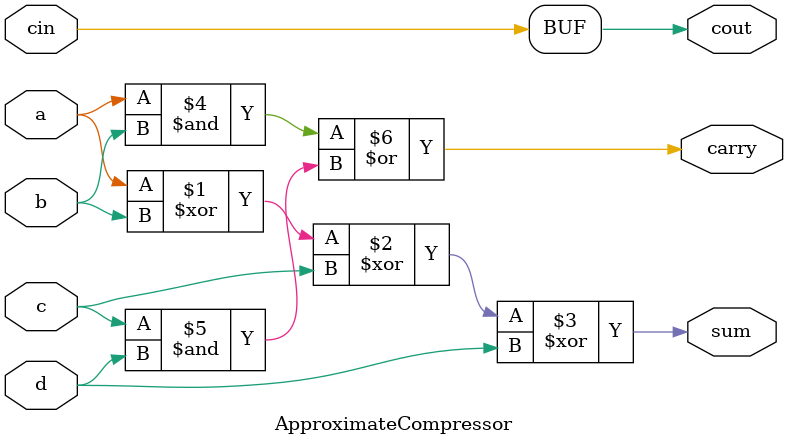
<source format=v>
`timescale 1ns / 1ps
module ApproximateCompressor (
    input  wire a, b, c, d, cin,
    output wire sum, carry, cout
);
    // Approximate sum and carry calculations
    assign sum   = a ^ b ^ c ^ d;       // XOR operation for sum
    assign carry = (a & b) | (c & d);   // OR operation for carry
    assign cout  = cin;                 // Pass-through for carry-in
endmodule

</source>
